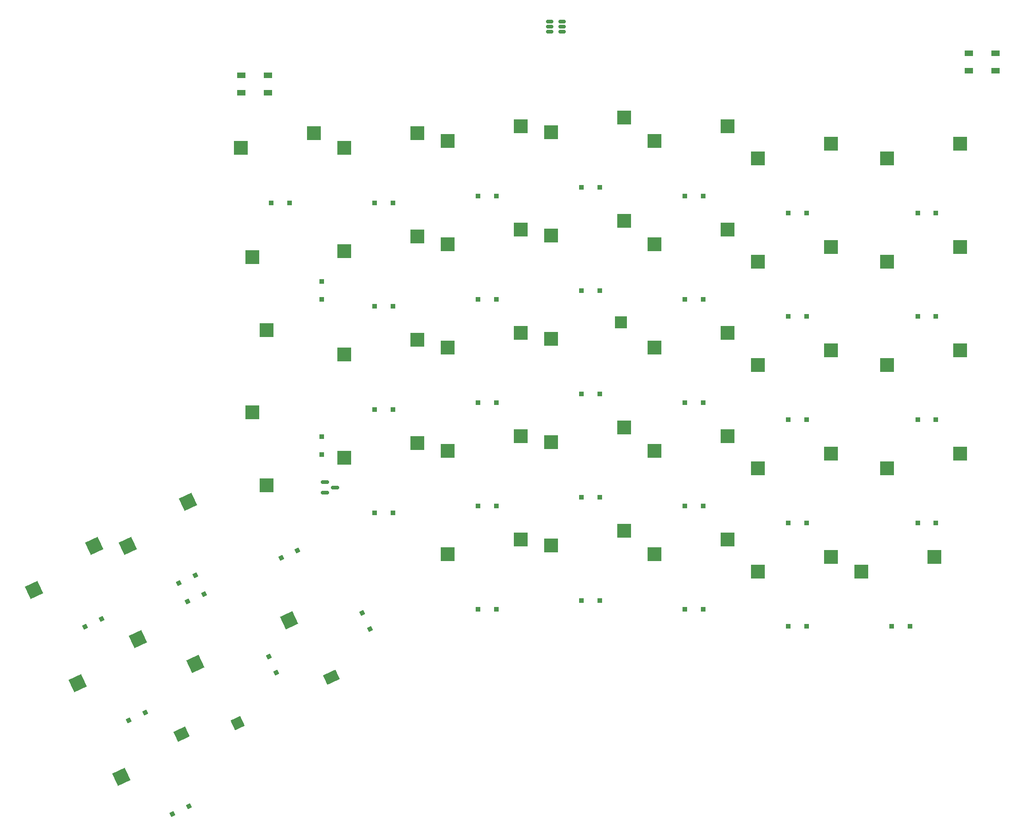
<source format=gtp>
%TF.GenerationSoftware,KiCad,Pcbnew,(6.0.7)*%
%TF.CreationDate,2023-01-12T11:55:26-06:00*%
%TF.ProjectId,ErgoDOX,4572676f-444f-4582-9e6b-696361645f70,rev?*%
%TF.SameCoordinates,Original*%
%TF.FileFunction,Paste,Top*%
%TF.FilePolarity,Positive*%
%FSLAX46Y46*%
G04 Gerber Fmt 4.6, Leading zero omitted, Abs format (unit mm)*
G04 Created by KiCad (PCBNEW (6.0.7)) date 2023-01-12 11:55:26*
%MOMM*%
%LPD*%
G01*
G04 APERTURE LIST*
G04 Aperture macros list*
%AMRoundRect*
0 Rectangle with rounded corners*
0 $1 Rounding radius*
0 $2 $3 $4 $5 $6 $7 $8 $9 X,Y pos of 4 corners*
0 Add a 4 corners polygon primitive as box body*
4,1,4,$2,$3,$4,$5,$6,$7,$8,$9,$2,$3,0*
0 Add four circle primitives for the rounded corners*
1,1,$1+$1,$2,$3*
1,1,$1+$1,$4,$5*
1,1,$1+$1,$6,$7*
1,1,$1+$1,$8,$9*
0 Add four rect primitives between the rounded corners*
20,1,$1+$1,$2,$3,$4,$5,0*
20,1,$1+$1,$4,$5,$6,$7,0*
20,1,$1+$1,$6,$7,$8,$9,0*
20,1,$1+$1,$8,$9,$2,$3,0*%
%AMRotRect*
0 Rectangle, with rotation*
0 The origin of the aperture is its center*
0 $1 length*
0 $2 width*
0 $3 Rotation angle, in degrees counterclockwise*
0 Add horizontal line*
21,1,$1,$2,0,0,$3*%
G04 Aperture macros list end*
%ADD10R,2.550000X2.500000*%
%ADD11R,0.838200X0.838200*%
%ADD12R,2.500000X2.550000*%
%ADD13R,2.250000X2.250000*%
%ADD14RotRect,2.550000X2.500000X115.000000*%
%ADD15RotRect,1.910000X2.520000X115.000000*%
%ADD16RotRect,0.838200X0.838200X115.000000*%
%ADD17RotRect,2.364000X2.019000X25.000000*%
%ADD18RotRect,2.550000X2.500000X25.000000*%
%ADD19RotRect,0.838200X0.838200X25.000000*%
%ADD20RotRect,1.976000X1.972000X115.000000*%
%ADD21R,1.500000X1.000000*%
%ADD22RoundRect,0.150000X-0.587500X-0.150000X0.587500X-0.150000X0.587500X0.150000X-0.587500X0.150000X0*%
%ADD23RoundRect,0.150000X-0.512500X-0.150000X0.512500X-0.150000X0.512500X0.150000X-0.512500X0.150000X0*%
G04 APERTURE END LIST*
D10*
%TO.C,SW1:13*%
X192840000Y-138002660D03*
X179390000Y-140702660D03*
D11*
X185026300Y-150822660D03*
X188353700Y-150822660D03*
%TD*%
D10*
%TO.C,SW1:10*%
X135690000Y-133230000D03*
X122240000Y-135930000D03*
D11*
X127876300Y-146050000D03*
X131203700Y-146050000D03*
%TD*%
D10*
%TO.C,SW1:9*%
X116640000Y-134827660D03*
X103190000Y-137527660D03*
D11*
X112153700Y-147647660D03*
X108826300Y-147647660D03*
%TD*%
D10*
%TO.C,SW2:13*%
X197602500Y-118952660D03*
X184152500Y-121652660D03*
D11*
X193116200Y-131772660D03*
X189788800Y-131772660D03*
%TD*%
D10*
%TO.C,SW2:10*%
X135690000Y-114180000D03*
X122240000Y-116880000D03*
D11*
X127876300Y-127000000D03*
X131203700Y-127000000D03*
%TD*%
D10*
%TO.C,SW2:9*%
X116640000Y-115777660D03*
X103190000Y-118477660D03*
D11*
X112153700Y-128597660D03*
X108826300Y-128597660D03*
%TD*%
D12*
%TO.C,SW2:7*%
X67190000Y-111335160D03*
X69890000Y-124785160D03*
D11*
X80010000Y-119148860D03*
X80010000Y-115821460D03*
%TD*%
D10*
%TO.C,SW3:13*%
X197602500Y-99902660D03*
X184152500Y-102602660D03*
D11*
X189788800Y-112722660D03*
X193116200Y-112722660D03*
%TD*%
D10*
%TO.C,SW3:11*%
X154740000Y-96727660D03*
X141290000Y-99427660D03*
D11*
X150253700Y-109547660D03*
X146926300Y-109547660D03*
%TD*%
D13*
%TO.C,SW3:10*%
X135128000Y-94742000D03*
D10*
X122240000Y-97830000D03*
D11*
X131203700Y-107950000D03*
X127876300Y-107950000D03*
%TD*%
D10*
%TO.C,SW3:9*%
X116640000Y-96727660D03*
X103190000Y-99427660D03*
D11*
X112153700Y-109547660D03*
X108826300Y-109547660D03*
%TD*%
D10*
%TO.C,SW3:8*%
X97590000Y-97997660D03*
X84140000Y-100697660D03*
D11*
X93103700Y-110817660D03*
X89776300Y-110817660D03*
%TD*%
D10*
%TO.C,SW4:13*%
X197602500Y-80852660D03*
X184152500Y-83552660D03*
D11*
X193116200Y-93672660D03*
X189788800Y-93672660D03*
%TD*%
D10*
%TO.C,SW4:12*%
X173790000Y-80852660D03*
X160340000Y-83552660D03*
D11*
X165976300Y-93672660D03*
X169303700Y-93672660D03*
%TD*%
D10*
%TO.C,SW4:11*%
X154740000Y-77677660D03*
X141290000Y-80377660D03*
D11*
X146926300Y-90497660D03*
X150253700Y-90497660D03*
%TD*%
D10*
%TO.C,SW4:10*%
X135690000Y-76080000D03*
X122240000Y-78780000D03*
D11*
X127876300Y-88900000D03*
X131203700Y-88900000D03*
%TD*%
D10*
%TO.C,SW4:9*%
X116640000Y-77677660D03*
X103190000Y-80377660D03*
D11*
X108826300Y-90497660D03*
X112153700Y-90497660D03*
%TD*%
D10*
%TO.C,SW4:8*%
X97590000Y-78947660D03*
X84140000Y-81647660D03*
D11*
X89776300Y-91767660D03*
X93103700Y-91767660D03*
%TD*%
D12*
%TO.C,SW4:7*%
X67190000Y-82760160D03*
X69890000Y-96210160D03*
D11*
X80010000Y-90573860D03*
X80010000Y-87246460D03*
%TD*%
D14*
%TO.C,SW0:10*%
X73990957Y-149689302D03*
D15*
X81826652Y-160175246D03*
D16*
X88912035Y-151352953D03*
X87505815Y-148337305D03*
%TD*%
D17*
%TO.C,SW0:12*%
X54193531Y-170745368D03*
D18*
X43127408Y-178619344D03*
D19*
X52512527Y-185409175D03*
X55528175Y-184002955D03*
%TD*%
D14*
%TO.C,SW0:11*%
X56726577Y-157741102D03*
D20*
X64497267Y-168641333D03*
D16*
X71647655Y-159404753D03*
X70241435Y-156389105D03*
%TD*%
D18*
%TO.C,SW0:9*%
X46124378Y-153221177D03*
X35075608Y-161352424D03*
D19*
X44460727Y-168142255D03*
X47476375Y-166736035D03*
%TD*%
D18*
%TO.C,SW0:7*%
X38075118Y-135956797D03*
X27026348Y-144088044D03*
D19*
X36411467Y-150877875D03*
X39427115Y-149471655D03*
%TD*%
D10*
%TO.C,SW1:11*%
X154740000Y-134827660D03*
X141290000Y-137527660D03*
D11*
X146926300Y-147647660D03*
X150253700Y-147647660D03*
%TD*%
D18*
%TO.C,SW0:8*%
X55339498Y-127907537D03*
X44290728Y-136038784D03*
D19*
X53675847Y-142828615D03*
X56691495Y-141422395D03*
%TD*%
D10*
%TO.C,SW5:13*%
X197602500Y-61805200D03*
X184152500Y-64505200D03*
D11*
X189788800Y-74625200D03*
X193116200Y-74625200D03*
%TD*%
D10*
%TO.C,SW5:9*%
X116640000Y-58627660D03*
X103190000Y-61327660D03*
D11*
X112153700Y-71447660D03*
X108826300Y-71447660D03*
%TD*%
D10*
%TO.C,SW5:10*%
X135690000Y-57030000D03*
X122240000Y-59730000D03*
D11*
X131203700Y-69850000D03*
X127876300Y-69850000D03*
%TD*%
D10*
%TO.C,SW5:11*%
X154740000Y-58627660D03*
X141290000Y-61327660D03*
D11*
X150253700Y-71447660D03*
X146926300Y-71447660D03*
%TD*%
D10*
%TO.C,SW5:12*%
X173790000Y-61805200D03*
X160340000Y-64505200D03*
D11*
X169303700Y-74625200D03*
X165976300Y-74625200D03*
%TD*%
D10*
%TO.C,SW5:8*%
X97590000Y-59900200D03*
X84140000Y-62600200D03*
D11*
X89776300Y-72720200D03*
X93103700Y-72720200D03*
%TD*%
D10*
%TO.C,SW5:7*%
X78540000Y-59900200D03*
X65090000Y-62600200D03*
D11*
X70726300Y-72720200D03*
X74053700Y-72720200D03*
%TD*%
D10*
%TO.C,SW2:11*%
X154740000Y-115777660D03*
X141290000Y-118477660D03*
D11*
X150253700Y-128597660D03*
X146926300Y-128597660D03*
%TD*%
D10*
%TO.C,SW2:8*%
X97590000Y-117047660D03*
X84140000Y-119747660D03*
D11*
X93103700Y-129867660D03*
X89776300Y-129867660D03*
%TD*%
D10*
%TO.C,SW3:12*%
X173790000Y-99902660D03*
X160340000Y-102602660D03*
D11*
X169303700Y-112722660D03*
X165976300Y-112722660D03*
%TD*%
D10*
%TO.C,SW2:12*%
X173790000Y-118952660D03*
X160340000Y-121652660D03*
D11*
X169303700Y-131772660D03*
X165976300Y-131772660D03*
%TD*%
D10*
%TO.C,SW1:12*%
X173790000Y-138002660D03*
X160340000Y-140702660D03*
D11*
X169303700Y-150822660D03*
X165976300Y-150822660D03*
%TD*%
D19*
%TO.C,D1:8*%
X75566604Y-136822650D03*
X72550956Y-138228870D03*
%TD*%
%TO.C,D1:7*%
X55286576Y-146280670D03*
X58302224Y-144874450D03*
%TD*%
D21*
%TO.C,D4*%
X199234390Y-45136000D03*
X199234390Y-48336000D03*
X204134390Y-48336000D03*
X204134390Y-45136000D03*
%TD*%
D22*
%TO.C,Q1*%
X80596500Y-124272000D03*
X80596500Y-126172000D03*
X82471500Y-125222000D03*
%TD*%
D21*
%TO.C,D2*%
X65241000Y-49200000D03*
X65241000Y-52400000D03*
X70141000Y-52400000D03*
X70141000Y-49200000D03*
%TD*%
D23*
%TO.C,U_ESD1*%
X122052500Y-39309000D03*
X122052500Y-40259000D03*
X122052500Y-41209000D03*
X124327500Y-41209000D03*
X124327500Y-40259000D03*
X124327500Y-39309000D03*
%TD*%
M02*

</source>
